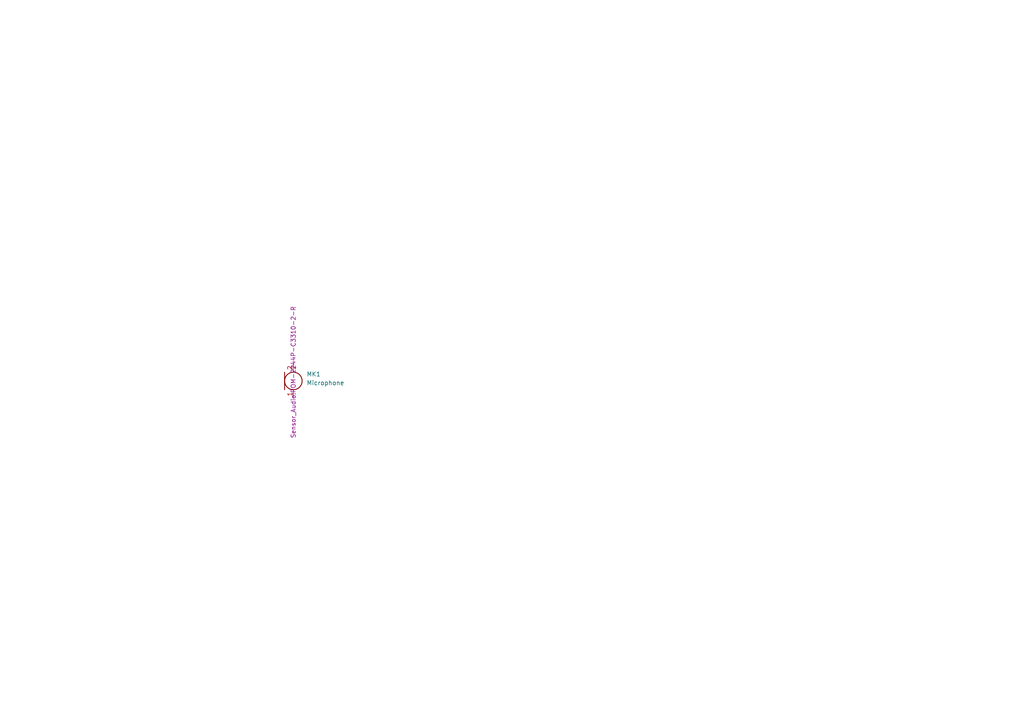
<source format=kicad_sch>
(kicad_sch (version 20250114) (generator "eeschema") (generator_version "9.0")
  (paper "A4")
  (lib_symbols
    (symbol "Device:Microphone" (pin_names (offset 0.0254) (hide yes))
      (property "Reference" "MK" (at -3.81 1.27 0))
      (property "Value" "Microphone" (at -3.81 -0.635 0))
      (symbol "Microphone_0_1"
        (polyline (pts (xy -2.54 2.54) (xy -2.54 -2.54)) (stroke (width 0.254)))
        (circle (center 0 0) (radius 2.54) (stroke (width 0.254)))
        (polyline (pts (xy 0.254 3.81) (xy 0.762 3.81)))
        (polyline (pts (xy 0.508 4.064) (xy 0.508 3.556)))
      )
      (symbol "Microphone_1_1"
        (pin passive line (at 0 5.08 270) (length 2.54) (name "+") (number "2"))
        (pin passive line (at 0 -5.08 90) (length 2.54) (name "-") (number "1"))
      )
    )
  )
  (symbol (lib_id "Device:Microphone") (at 85.09 110.49 0) (unit 1)
    (property "Reference" "MK1" (at 88.9 108.5214 0) (effects (justify left)))
    (property "Value" "Microphone" (at 88.9 111.0614 0) (effects (justify left)))
    (property "Footprint" "Sensor_Audio:POM-2244P-C3310-2-R" (at 85.09 107.95 90))
    (property "Description" "Microphone" (effects (hide yes)))
  )
)
</source>
